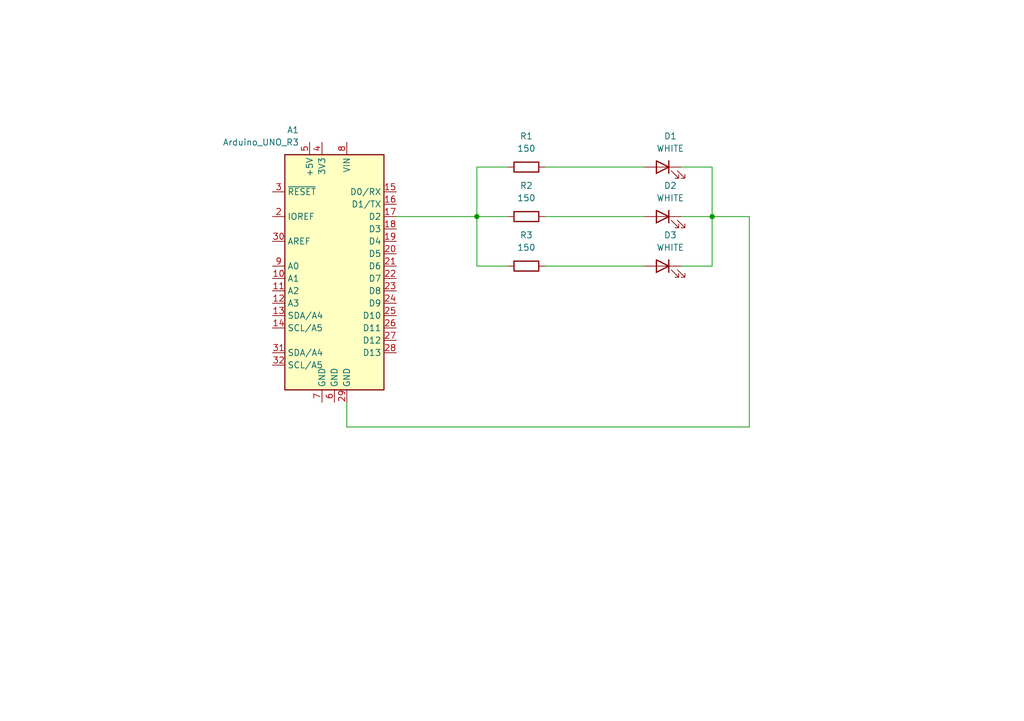
<source format=kicad_sch>
(kicad_sch (version 20250114) (generator "eeschema") (generator_version "9.0")
  (paper "A5")
  (lib_symbols
    (symbol "Device:LED" (pin_numbers (hide yes)) (pin_names (offset 1.016) (hide yes))
      (property "Reference" "D" (at 0 2.54 0))
      (property "Value" "LED" (at 0 -2.54 0))
      (symbol "LED_0_1"
        (polyline (pts (xy -3.048 -0.762) (xy -4.572 -2.286) (xy -3.81 -2.286) (xy -4.572 -2.286) (xy -4.572 -1.524)))
        (polyline (pts (xy -1.778 -0.762) (xy -3.302 -2.286) (xy -2.54 -2.286) (xy -3.302 -2.286) (xy -3.302 -1.524)))
        (polyline (pts (xy -1.27 0) (xy 1.27 0)))
        (polyline (pts (xy -1.27 -1.27) (xy -1.27 1.27)) (stroke (width 0.254)))
        (polyline (pts (xy 1.27 -1.27) (xy 1.27 1.27) (xy -1.27 0) (xy 1.27 -1.27)) (stroke (width 0.254)))
      )
      (symbol "LED_1_1"
        (pin passive line (at -3.81 0 0) (length 2.54) (name "K") (number "1"))
        (pin passive line (at 3.81 0 180) (length 2.54) (name "A") (number "2"))
      )
    )
    (symbol "Device:R" (pin_numbers (hide yes)) (pin_names (offset 0))
      (property "Reference" "R" (at 2.032 0 90))
      (property "Value" "R" (at 0 0 90))
      (symbol "R_0_1"
        (rectangle (start -1.016 -2.54) (end 1.016 2.54) (stroke (width 0.254)))
      )
      (symbol "R_1_1"
        (pin passive line (at 0 3.81 270) (length 1.27) (name "~") (number "1"))
        (pin passive line (at 0 -3.81 90) (length 1.27) (name "~") (number "2"))
      )
    )
    (symbol "MCU_Module:Arduino_UNO_R3"
      (property "Reference" "A" (at -10.16 23.495 0))
      (property "Value" "Arduino_UNO_R3" (at 5.08 -26.67 0))
      (symbol "Arduino_UNO_R3_0_1"
        (rectangle (start -10.16 22.86) (end 10.16 -25.4) (stroke (width 0.254)) (fill (type background)))
      )
      (symbol "Arduino_UNO_R3_1_1"
        (pin bidirectional line (at -12.7 15.24 0) (length 2.54) (name "D0/RX") (number "15"))
        (pin bidirectional line (at -12.7 12.7 0) (length 2.54) (name "D1/TX") (number "16"))
        (pin bidirectional line (at -12.7 10.16 0) (length 2.54) (name "D2") (number "17"))
        (pin bidirectional line (at -12.7 7.62 0) (length 2.54) (name "D3") (number "18"))
        (pin bidirectional line (at -12.7 5.08 0) (length 2.54) (name "D4") (number "19"))
        (pin bidirectional line (at -12.7 2.54 0) (length 2.54) (name "D5") (number "20"))
        (pin bidirectional line (at -12.7 0 0) (length 2.54) (name "D6") (number "21"))
        (pin bidirectional line (at -12.7 -2.54 0) (length 2.54) (name "D7") (number "22"))
        (pin bidirectional line (at -12.7 -5.08 0) (length 2.54) (name "D8") (number "23"))
        (pin bidirectional line (at -12.7 -7.62 0) (length 2.54) (name "D9") (number "24"))
        (pin bidirectional line (at -12.7 -10.16 0) (length 2.54) (name "D10") (number "25"))
        (pin bidirectional line (at -12.7 -12.7 0) (length 2.54) (name "D11") (number "26"))
        (pin bidirectional line (at -12.7 -15.24 0) (length 2.54) (name "D12") (number "27"))
        (pin bidirectional line (at -12.7 -17.78 0) (length 2.54) (name "D13") (number "28"))
        (pin no_connect line (at -10.16 -20.32 0) (length 2.54) (hide yes) (name "NC") (number "1"))
        (pin power_in line (at -2.54 25.4 270) (length 2.54) (name "VIN") (number "8"))
        (pin power_in line (at -2.54 -27.94 90) (length 2.54) (name "GND") (number "29"))
        (pin power_in line (at 0 -27.94 90) (length 2.54) (name "GND") (number "6"))
        (pin power_out line (at 2.54 25.4 270) (length 2.54) (name "3V3") (number "4"))
        (pin power_in line (at 2.54 -27.94 90) (length 2.54) (name "GND") (number "7"))
        (pin power_out line (at 5.08 25.4 270) (length 2.54) (name "+5V") (number "5"))
        (pin input line (at 12.7 15.24 180) (length 2.54) (name "~{RESET}") (number "3"))
        (pin output line (at 12.7 10.16 180) (length 2.54) (name "IOREF") (number "2"))
        (pin input line (at 12.7 5.08 180) (length 2.54) (name "AREF") (number "30"))
        (pin bidirectional line (at 12.7 0 180) (length 2.54) (name "A0") (number "9"))
        (pin bidirectional line (at 12.7 -2.54 180) (length 2.54) (name "A1") (number "10"))
        (pin bidirectional line (at 12.7 -5.08 180) (length 2.54) (name "A2") (number "11"))
        (pin bidirectional line (at 12.7 -7.62 180) (length 2.54) (name "A3") (number "12"))
        (pin bidirectional line (at 12.7 -10.16 180) (length 2.54) (name "SDA/A4") (number "13"))
        (pin bidirectional line (at 12.7 -12.7 180) (length 2.54) (name "SCL/A5") (number "14"))
        (pin bidirectional line (at 12.7 -17.78 180) (length 2.54) (name "SDA/A4") (number "31"))
        (pin bidirectional line (at 12.7 -20.32 180) (length 2.54) (name "SCL/A5") (number "32"))
      )
    )
  )
  (junction (at 97.79 44.45))
  (junction (at 146.05 44.45))
  (wire (pts (xy 139.7 44.45) (xy 146.05 44.45)))
  (wire (pts (xy 97.79 34.29) (xy 104.14 34.29)))
  (wire (pts (xy 111.76 34.29) (xy 132.08 34.29)))
  (wire (pts (xy 146.05 54.61) (xy 146.05 44.45)))
  (wire (pts (xy 111.76 54.61) (xy 132.08 54.61)))
  (wire (pts (xy 153.67 44.45) (xy 153.67 87.63)))
  (wire (pts (xy 111.76 44.45) (xy 132.08 44.45)))
  (wire (pts (xy 104.14 54.61) (xy 97.79 54.61)))
  (wire (pts (xy 71.12 87.63) (xy 71.12 82.55)))
  (wire (pts (xy 146.05 44.45) (xy 153.67 44.45)))
  (wire (pts (xy 97.79 34.29) (xy 97.79 44.45)))
  (wire (pts (xy 153.67 87.63) (xy 71.12 87.63)))
  (wire (pts (xy 104.14 44.45) (xy 97.79 44.45)))
  (wire (pts (xy 146.05 34.29) (xy 146.05 44.45)))
  (wire (pts (xy 97.79 44.45) (xy 97.79 54.61)))
  (wire (pts (xy 81.28 44.45) (xy 97.79 44.45)))
  (wire (pts (xy 139.7 54.61) (xy 146.05 54.61)))
  (wire (pts (xy 139.7 34.29) (xy 146.05 34.29)))
  (symbol (lib_id "Device:LED") (at 135.89 54.61 0) (mirror y) (unit 1)
    (property "Reference" "D3" (at 137.4775 48.26 0))
    (property "Value" "WHITE" (at 137.4775 50.8 0))
    (property "Description" "Light emitting diode" (effects (hide yes)))
    (property "Sim.Pins" "1=K 2=A" (effects (hide yes)))
  )
  (symbol (lib_id "MCU_Module:Arduino_UNO_R3") (at 68.58 54.61 0) (mirror y) (unit 1)
    (property "Reference" "A1" (at 61.3567 26.67 0) (effects (justify left)))
    (property "Value" "Arduino_UNO_R3" (at 61.3567 29.21 0) (effects (justify left)))
    (property "Footprint" "Module:Arduino_UNO_R3" (effects (hide yes)))
    (property "Datasheet" "https://www.arduino.cc/en/Main/arduinoBoardUno" (effects (hide yes)))
    (property "Description" "Arduino UNO Microcontroller Module, release 3" (effects (hide yes)))
  )
  (symbol (lib_id "Device:LED") (at 135.89 44.45 0) (mirror y) (unit 1)
    (property "Reference" "D2" (at 137.4775 38.1 0))
    (property "Value" "WHITE" (at 137.4775 40.64 0))
    (property "Description" "Light emitting diode" (effects (hide yes)))
    (property "Sim.Pins" "1=K 2=A" (effects (hide yes)))
  )
  (symbol (lib_id "Device:R") (at 107.95 44.45 90) (unit 1)
    (property "Reference" "R2" (at 107.95 38.1 90))
    (property "Value" "150" (at 107.95 40.64 90))
    (property "Description" "Resistor" (effects (hide yes)))
  )
  (symbol (lib_id "Device:R") (at 107.95 34.29 90) (unit 1)
    (property "Reference" "R1" (at 107.95 27.94 90))
    (property "Value" "150" (at 107.95 30.48 90))
    (property "Description" "Resistor" (effects (hide yes)))
  )
  (symbol (lib_id "Device:LED") (at 135.89 34.29 0) (mirror y) (unit 1)
    (property "Reference" "D1" (at 137.4775 27.94 0))
    (property "Value" "WHITE" (at 137.4775 30.48 0))
    (property "Description" "Light emitting diode" (effects (hide yes)))
    (property "Sim.Pins" "1=K 2=A" (effects (hide yes)))
  )
  (symbol (lib_id "Device:R") (at 107.95 54.61 90) (unit 1)
    (property "Reference" "R3" (at 107.95 48.26 90))
    (property "Value" "150" (at 107.95 50.8 90))
    (property "Description" "Resistor" (effects (hide yes)))
  )
)
</source>
